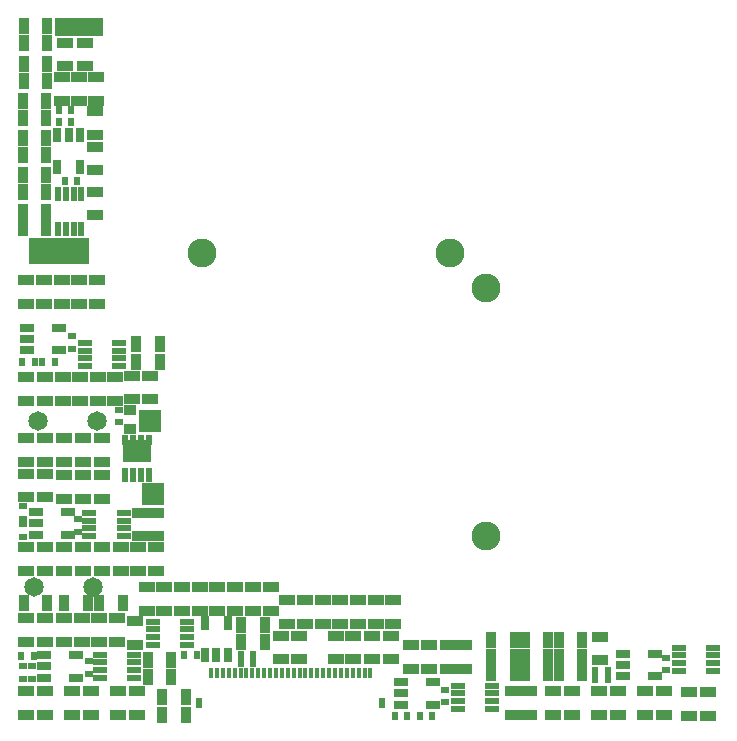
<source format=gbs>
G75*
%MOIN*%
%OFA0B0*%
%FSLAX25Y25*%
%IPPOS*%
%LPD*%
%AMOC8*
5,1,8,0,0,1.08239X$1,22.5*
%
%ADD10C,0.09655*%
%ADD11R,0.16142X0.06299*%
%ADD12R,0.20079X0.09055*%
%ADD13R,0.05718X0.03356*%
%ADD14R,0.04537X0.01978*%
%ADD15R,0.03356X0.05718*%
%ADD16R,0.04537X0.02765*%
%ADD17R,0.02962X0.02175*%
%ADD18R,0.01781X0.03750*%
%ADD19R,0.02175X0.03750*%
%ADD20R,0.02175X0.02962*%
%ADD21R,0.02765X0.04537*%
%ADD22R,0.01978X0.04537*%
%ADD23C,0.06506*%
%ADD24R,0.02175X0.04537*%
%ADD25R,0.09399X0.07391*%
%ADD26R,0.02175X0.03592*%
%ADD27R,0.04143X0.03356*%
%ADD28R,0.07687X0.07687*%
D10*
X0249281Y0174478D03*
X0249281Y0257156D03*
X0237470Y0268967D03*
X0154793Y0268967D03*
D11*
X0113652Y0344163D03*
D12*
X0106959Y0269557D03*
D13*
X0096132Y0115030D03*
X0102431Y0115030D03*
X0102431Y0122904D03*
X0096132Y0122904D03*
X0111486Y0122904D03*
X0117785Y0122904D03*
X0117785Y0115030D03*
X0111486Y0115030D03*
X0126841Y0115030D03*
X0133140Y0115030D03*
X0133140Y0122904D03*
X0126841Y0122904D03*
X0132352Y0138258D03*
X0126447Y0139439D03*
X0126447Y0147313D03*
X0132352Y0146132D03*
X0136289Y0149675D03*
X0142195Y0149675D03*
X0148100Y0149675D03*
X0154006Y0149675D03*
X0159911Y0149675D03*
X0165817Y0149675D03*
X0171722Y0149675D03*
X0177628Y0149675D03*
X0183140Y0153219D03*
X0189045Y0153219D03*
X0194951Y0153219D03*
X0200856Y0153219D03*
X0206762Y0153219D03*
X0212667Y0153219D03*
X0218573Y0153219D03*
X0218573Y0145344D03*
X0217785Y0141407D03*
X0211486Y0141407D03*
X0212667Y0145344D03*
X0206762Y0145344D03*
X0205187Y0141407D03*
X0200856Y0145344D03*
X0199281Y0141407D03*
X0194951Y0145344D03*
X0189045Y0145344D03*
X0187077Y0141407D03*
X0183140Y0145344D03*
X0181171Y0141407D03*
X0181171Y0133533D03*
X0187077Y0133533D03*
X0199281Y0133533D03*
X0205187Y0133533D03*
X0211486Y0133533D03*
X0217785Y0133533D03*
X0224478Y0130384D03*
X0230384Y0130384D03*
X0236683Y0130384D03*
X0242195Y0130384D03*
X0242195Y0138258D03*
X0236683Y0138258D03*
X0230384Y0138258D03*
X0224478Y0138258D03*
X0258337Y0122904D03*
X0263848Y0122904D03*
X0271722Y0122904D03*
X0278022Y0122904D03*
X0278022Y0115030D03*
X0271722Y0115030D03*
X0263848Y0115030D03*
X0258337Y0115030D03*
X0287077Y0115030D03*
X0293376Y0115030D03*
X0293376Y0122904D03*
X0287077Y0122904D03*
X0287470Y0133140D03*
X0287470Y0141014D03*
X0302431Y0122904D03*
X0308730Y0122904D03*
X0308730Y0115030D03*
X0302431Y0115030D03*
X0316998Y0114636D03*
X0323297Y0114636D03*
X0323297Y0122510D03*
X0316998Y0122510D03*
X0177628Y0157549D03*
X0171722Y0157549D03*
X0165817Y0157549D03*
X0159911Y0157549D03*
X0154006Y0157549D03*
X0148100Y0157549D03*
X0142195Y0157549D03*
X0136289Y0157549D03*
X0133533Y0163061D03*
X0127628Y0163061D03*
X0121329Y0163061D03*
X0115030Y0163061D03*
X0108730Y0163061D03*
X0102431Y0163061D03*
X0096132Y0163061D03*
X0096132Y0170935D03*
X0102431Y0170935D03*
X0108730Y0170935D03*
X0115030Y0170935D03*
X0121329Y0170935D03*
X0127628Y0170935D03*
X0133533Y0170935D03*
X0133927Y0174478D03*
X0133927Y0182352D03*
X0139439Y0182352D03*
X0139439Y0174478D03*
X0139439Y0170935D03*
X0139439Y0163061D03*
X0120541Y0147313D03*
X0114636Y0147313D03*
X0114636Y0139439D03*
X0120541Y0139439D03*
X0108730Y0139439D03*
X0102431Y0139439D03*
X0096132Y0139439D03*
X0096132Y0147313D03*
X0102431Y0147313D03*
X0108730Y0147313D03*
X0108730Y0187077D03*
X0102431Y0187470D03*
X0096132Y0187470D03*
X0096132Y0195344D03*
X0096132Y0199281D03*
X0102431Y0199281D03*
X0102431Y0195344D03*
X0108730Y0194951D03*
X0108730Y0199281D03*
X0115030Y0199281D03*
X0115030Y0194951D03*
X0121329Y0194951D03*
X0121329Y0199281D03*
X0121329Y0207156D03*
X0115030Y0207156D03*
X0108730Y0207156D03*
X0102431Y0207156D03*
X0096132Y0207156D03*
X0096132Y0219754D03*
X0102431Y0219754D03*
X0108337Y0219754D03*
X0114242Y0219754D03*
X0120148Y0219754D03*
X0125659Y0219754D03*
X0131565Y0220148D03*
X0137470Y0220148D03*
X0137470Y0228022D03*
X0131565Y0228022D03*
X0125659Y0227628D03*
X0120148Y0227628D03*
X0114242Y0227628D03*
X0108337Y0227628D03*
X0102431Y0227628D03*
X0096132Y0227628D03*
X0096132Y0252037D03*
X0102037Y0252037D03*
X0107943Y0252037D03*
X0113848Y0252037D03*
X0119754Y0252037D03*
X0119754Y0259911D03*
X0113848Y0259911D03*
X0107943Y0259911D03*
X0102037Y0259911D03*
X0096132Y0259911D03*
X0118967Y0281565D03*
X0118967Y0289439D03*
X0118967Y0296526D03*
X0118967Y0304400D03*
X0118967Y0308337D03*
X0118967Y0316211D03*
X0119360Y0319754D03*
X0113848Y0319754D03*
X0108140Y0319754D03*
X0108140Y0327628D03*
X0108927Y0331171D03*
X0113848Y0327628D03*
X0115620Y0331171D03*
X0119360Y0327628D03*
X0115620Y0339045D03*
X0108927Y0339045D03*
X0115030Y0187077D03*
X0121329Y0187077D03*
D14*
X0117195Y0182254D03*
X0117195Y0179695D03*
X0117195Y0177136D03*
X0117195Y0174577D03*
X0128612Y0174577D03*
X0128612Y0177136D03*
X0128612Y0179695D03*
X0128612Y0182254D03*
X0138455Y0146033D03*
X0138455Y0143474D03*
X0138455Y0140915D03*
X0138455Y0138356D03*
X0132156Y0135010D03*
X0132156Y0132451D03*
X0132156Y0129892D03*
X0132156Y0127333D03*
X0120738Y0127333D03*
X0120738Y0129892D03*
X0120738Y0132451D03*
X0120738Y0135010D03*
X0149872Y0138356D03*
X0149872Y0140915D03*
X0149872Y0143474D03*
X0149872Y0146033D03*
X0127037Y0231270D03*
X0127037Y0233829D03*
X0127037Y0236388D03*
X0127037Y0238947D03*
X0115620Y0238947D03*
X0115620Y0236388D03*
X0115620Y0233829D03*
X0115620Y0231270D03*
X0240030Y0124774D03*
X0240030Y0122215D03*
X0240030Y0119656D03*
X0240030Y0117096D03*
X0251447Y0117096D03*
X0251447Y0119656D03*
X0251447Y0122215D03*
X0251447Y0124774D03*
X0313652Y0129695D03*
X0313652Y0132254D03*
X0313652Y0134813D03*
X0313652Y0137372D03*
X0325069Y0137372D03*
X0325069Y0134813D03*
X0325069Y0132254D03*
X0325069Y0129695D03*
D15*
X0281565Y0128809D03*
X0281565Y0134321D03*
X0281565Y0139833D03*
X0273691Y0139833D03*
X0270148Y0139833D03*
X0270148Y0134321D03*
X0273691Y0134321D03*
X0273691Y0128809D03*
X0270148Y0128809D03*
X0262274Y0128809D03*
X0259124Y0128809D03*
X0259124Y0134321D03*
X0262274Y0134321D03*
X0262274Y0139833D03*
X0259124Y0139833D03*
X0251250Y0139833D03*
X0251250Y0134321D03*
X0251250Y0128809D03*
X0175659Y0139439D03*
X0175659Y0144951D03*
X0167785Y0144951D03*
X0167785Y0139439D03*
X0144557Y0133140D03*
X0144557Y0127628D03*
X0141407Y0120935D03*
X0141407Y0115030D03*
X0149281Y0115030D03*
X0149281Y0120935D03*
X0136683Y0127628D03*
X0136683Y0133140D03*
X0128415Y0152431D03*
X0120541Y0152431D03*
X0116604Y0152431D03*
X0108730Y0152431D03*
X0103219Y0152431D03*
X0095344Y0152431D03*
X0132746Y0232746D03*
X0132746Y0238652D03*
X0140620Y0238652D03*
X0140620Y0232746D03*
X0102825Y0277234D03*
X0102825Y0282746D03*
X0102825Y0289439D03*
X0102825Y0294951D03*
X0102825Y0301644D03*
X0102825Y0307156D03*
X0102825Y0313848D03*
X0102825Y0319754D03*
X0103219Y0326250D03*
X0103219Y0331959D03*
X0103219Y0338848D03*
X0103219Y0344754D03*
X0095344Y0344754D03*
X0095344Y0338848D03*
X0095344Y0331959D03*
X0095344Y0326250D03*
X0094951Y0319754D03*
X0094951Y0313848D03*
X0094951Y0307156D03*
X0094951Y0301644D03*
X0094951Y0294951D03*
X0094951Y0289439D03*
X0094951Y0282746D03*
X0094951Y0277234D03*
D16*
X0096329Y0243967D03*
X0096329Y0240226D03*
X0096329Y0236486D03*
X0106959Y0236486D03*
X0106959Y0243967D03*
X0110108Y0182549D03*
X0110108Y0175069D03*
X0099478Y0175069D03*
X0099478Y0178809D03*
X0099478Y0182549D03*
X0102234Y0134911D03*
X0102234Y0131171D03*
X0102234Y0127431D03*
X0112864Y0127431D03*
X0112864Y0134911D03*
X0221132Y0125856D03*
X0221132Y0122116D03*
X0221132Y0118376D03*
X0231762Y0118376D03*
X0231762Y0125856D03*
X0295148Y0127825D03*
X0295148Y0131565D03*
X0295148Y0135305D03*
X0305778Y0135305D03*
X0305778Y0127825D03*
D17*
X0309518Y0129859D03*
X0309518Y0134059D03*
X0235896Y0123429D03*
X0235896Y0119229D03*
X0127234Y0212536D03*
X0127234Y0216736D03*
X0111486Y0236945D03*
X0111486Y0241145D03*
X0094951Y0184452D03*
X0094951Y0180252D03*
X0094951Y0178547D03*
X0094951Y0174347D03*
X0113455Y0175922D03*
X0113455Y0180122D03*
X0116998Y0132878D03*
X0116998Y0128678D03*
X0098100Y0127103D03*
X0094951Y0127103D03*
X0094951Y0131303D03*
X0098100Y0131303D03*
D18*
X0157746Y0128809D03*
X0159715Y0128809D03*
X0161683Y0128809D03*
X0163652Y0128809D03*
X0165620Y0128809D03*
X0167589Y0128809D03*
X0169557Y0128809D03*
X0171526Y0128809D03*
X0173494Y0128809D03*
X0175463Y0128809D03*
X0177431Y0128809D03*
X0179400Y0128809D03*
X0181368Y0128809D03*
X0183337Y0128809D03*
X0185305Y0128809D03*
X0187274Y0128809D03*
X0189242Y0128809D03*
X0191211Y0128809D03*
X0193179Y0128809D03*
X0195148Y0128809D03*
X0197116Y0128809D03*
X0199085Y0128809D03*
X0201053Y0128809D03*
X0203022Y0128809D03*
X0204990Y0128809D03*
X0206959Y0128809D03*
X0208927Y0128809D03*
X0210896Y0128809D03*
D19*
X0214833Y0118967D03*
X0153809Y0118967D03*
D20*
X0152956Y0134872D03*
X0148756Y0134872D03*
X0167654Y0135108D03*
X0167654Y0132352D03*
X0171854Y0132352D03*
X0171854Y0135108D03*
X0219032Y0114636D03*
X0223232Y0114636D03*
X0227300Y0114636D03*
X0231500Y0114636D03*
X0285764Y0126841D03*
X0285764Y0129596D03*
X0289964Y0129596D03*
X0289964Y0126841D03*
X0113193Y0292982D03*
X0108993Y0292982D03*
X0107024Y0312667D03*
X0107024Y0316604D03*
X0111224Y0316604D03*
X0111224Y0312667D03*
X0105712Y0232746D03*
X0101512Y0232746D03*
X0099019Y0232746D03*
X0094819Y0232746D03*
X0094426Y0134715D03*
X0098626Y0134715D03*
D21*
X0155778Y0134911D03*
X0159518Y0134911D03*
X0163258Y0134911D03*
X0163258Y0145541D03*
X0155778Y0145541D03*
X0114045Y0297510D03*
X0106565Y0297510D03*
X0106565Y0308140D03*
X0110305Y0308140D03*
X0114045Y0308140D03*
D22*
X0114537Y0288455D03*
X0111978Y0288455D03*
X0109419Y0288455D03*
X0106860Y0288455D03*
X0106860Y0277037D03*
X0109419Y0277037D03*
X0111978Y0277037D03*
X0114537Y0277037D03*
D23*
X0119754Y0213061D03*
X0100069Y0213061D03*
X0098809Y0157707D03*
X0118494Y0157707D03*
D24*
X0129242Y0194951D03*
X0131841Y0194951D03*
X0134439Y0194951D03*
X0137037Y0194951D03*
D25*
X0133140Y0202825D03*
D26*
X0134439Y0206683D03*
X0137037Y0206683D03*
X0131841Y0206683D03*
X0129242Y0206683D03*
D27*
X0130778Y0210226D03*
X0130778Y0216683D03*
D28*
X0137470Y0213061D03*
X0138258Y0188455D03*
M02*

</source>
